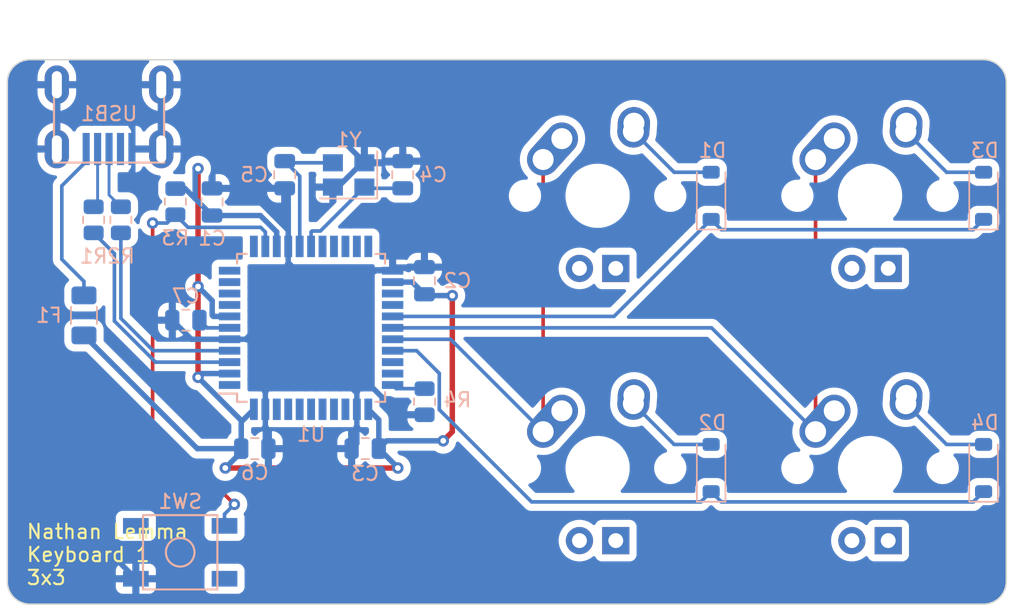
<source format=kicad_pcb>
(kicad_pcb (version 20221018) (generator pcbnew)
  (layers (0 "F.Cu" signal) (31 "B.Cu" signal) (34 "B.Paste" user) (35 "F.Paste" user) (36 "B.SilkS" user "B.Silkscreen") (37 "F.SilkS" user "F.Silkscreen") (38 "B.Mask" user) (39 "F.Mask" user) (44 "Edge.Cuts" user))
  (net 0 "")
  (net 1 "+5V")
  (net 2 "GND")
  (net 3 "Net-(U1-XTAL1)")
  (net 4 "Net-(U1-XTAL2)")
  (net 5 "Net-(U1-UCAP)")
  (net 6 "ROW0")
  (net 7 "Net-(D1-A)")
  (net 8 "ROW1")
  (net 9 "Net-(D2-A)")
  (net 10 "Net-(D3-A)")
  (net 11 "Net-(D4-A)")
  (net 12 "Net-(USB1-VBUS)")
  (net 13 "COL0")
  (net 14 "COL1")
  (net 15 "D-")
  (net 16 "Net-(U1-D-)")
  (net 17 "D+")
  (net 18 "Net-(U1-D+)")
  (net 19 "Net-(U1-~{RESET})")
  (net 20 "Net-(U1-~{HWB}{slash}PE2)")
  (footprint "MX_Alps_Hybrid:MX-1U" (layer "F.Cu") (at 97.865 57.225)
    (fp_text reference "MX3")
    (fp_text value "MX-NoLED")
    (pad "" np_thru_hole circle (at -5.08 0 48.0996) (size 1.75 1.75) (drill 1.75) (layers "*.Cu" "*.Mask"))
    (pad "" np_thru_hole circle (at 0 0) (size 3.9878 3.9878) (drill 3.9878) (layers "*.Cu" "*.Mask"))
    (pad "" np_thru_hole circle (at 5.08 0 48.0996) (size 1.75 1.75) (drill 1.75) (layers "*.Cu" "*.Mask"))
    (pad "1" thru_hole oval (at -3.81 -2.54 48.0996) (size 4.211556 2.25) (drill 1.47 (offset 0.980778 0)) (layers "*.Cu" "B.Mask") (net 14 "COL1"))
    (pad "1" thru_hole circle (at -2.5 -4) (size 2.25 2.25) (drill 1.47) (layers "*.Cu" "B.Mask") (net 14 "COL1"))
    (pad "2" thru_hole oval (at 2.5 -4.5 86.0548) (size 2.831378 2.25) (drill 1.47 (offset 0.290689 0)) (layers "*.Cu" "B.Mask") (net 10 "Net-(D3-A)"))
    (pad "2" thru_hole circle (at 2.54 -5.08) (size 2.25 2.25) (drill 1.47) (layers "*.Cu" "B.Mask") (net 10 "Net-(D3-A)"))
    (pad "3" thru_hole circle (at -1.27 5.08) (size 1.905 1.905) (drill 1.04) (layers "*.Cu" "B.Mask"))
    (pad "4" thru_hole rect (at 1.27 5.08) (size 1.905 1.905) (drill 1.04) (layers "*.Cu" "B.Mask"))
  )
  (footprint "MX_Alps_Hybrid:MX-1U" (layer "F.Cu") (at 78.815 57.225)
    (fp_text reference "MX1")
    (fp_text value "MX-NoLED")
    (pad "" np_thru_hole circle (at -5.08 0 48.0996) (size 1.75 1.75) (drill 1.75) (layers "*.Cu" "*.Mask"))
    (pad "" np_thru_hole circle (at 0 0) (size 3.9878 3.9878) (drill 3.9878) (layers "*.Cu" "*.Mask"))
    (pad "" np_thru_hole circle (at 5.08 0 48.0996) (size 1.75 1.75) (drill 1.75) (layers "*.Cu" "*.Mask"))
    (pad "1" thru_hole oval (at -3.81 -2.54 48.0996) (size 4.211556 2.25) (drill 1.47 (offset 0.980778 0)) (layers "*.Cu" "B.Mask") (net 13 "COL0"))
    (pad "1" thru_hole circle (at -2.5 -4) (size 2.25 2.25) (drill 1.47) (layers "*.Cu" "B.Mask") (net 13 "COL0"))
    (pad "2" thru_hole oval (at 2.5 -4.5 86.0548) (size 2.831378 2.25) (drill 1.47 (offset 0.290689 0)) (layers "*.Cu" "B.Mask") (net 7 "Net-(D1-A)"))
    (pad "2" thru_hole circle (at 2.54 -5.08) (size 2.25 2.25) (drill 1.47) (layers "*.Cu" "B.Mask") (net 7 "Net-(D1-A)"))
    (pad "3" thru_hole circle (at -1.27 5.08) (size 1.905 1.905) (drill 1.04) (layers "*.Cu" "B.Mask"))
    (pad "4" thru_hole rect (at 1.27 5.08) (size 1.905 1.905) (drill 1.04) (layers "*.Cu" "B.Mask"))
  )
  (footprint "MX_Alps_Hybrid:MX-1U" (layer "F.Cu") (at 78.815 76.275)
    (fp_text reference "MX2")
    (fp_text value "MX-NoLED")
    (pad "" np_thru_hole circle (at -5.08 0 48.0996) (size 1.75 1.75) (drill 1.75) (layers "*.Cu" "*.Mask"))
    (pad "" np_thru_hole circle (at 0 0) (size 3.9878 3.9878) (drill 3.9878) (layers "*.Cu" "*.Mask"))
    (pad "" np_thru_hole circle (at 5.08 0 48.0996) (size 1.75 1.75) (drill 1.75) (layers "*.Cu" "*.Mask"))
    (pad "1" thru_hole oval (at -3.81 -2.54 48.0996) (size 4.211556 2.25) (drill 1.47 (offset 0.980778 0)) (layers "*.Cu" "B.Mask") (net 13 "COL0"))
    (pad "1" thru_hole circle (at -2.5 -4) (size 2.25 2.25) (drill 1.47) (layers "*.Cu" "B.Mask") (net 13 "COL0"))
    (pad "2" thru_hole oval (at 2.5 -4.5 86.0548) (size 2.831378 2.25) (drill 1.47 (offset 0.290689 0)) (layers "*.Cu" "B.Mask") (net 9 "Net-(D2-A)"))
    (pad "2" thru_hole circle (at 2.54 -5.08) (size 2.25 2.25) (drill 1.47) (layers "*.Cu" "B.Mask") (net 9 "Net-(D2-A)"))
    (pad "3" thru_hole circle (at -1.27 5.08) (size 1.905 1.905) (drill 1.04) (layers "*.Cu" "B.Mask"))
    (pad "4" thru_hole rect (at 1.27 5.08) (size 1.905 1.905) (drill 1.04) (layers "*.Cu" "B.Mask"))
  )
  (footprint "MX_Alps_Hybrid:MX-1U" (layer "F.Cu") (at 97.865 76.275)
    (fp_text reference "MX4")
    (fp_text value "MX-NoLED")
    (pad "" np_thru_hole circle (at -5.08 0 48.0996) (size 1.75 1.75) (drill 1.75) (layers "*.Cu" "*.Mask"))
    (pad "" np_thru_hole circle (at 0 0) (size 3.9878 3.9878) (drill 3.9878) (layers "*.Cu" "*.Mask"))
    (pad "" np_thru_hole circle (at 5.08 0 48.0996) (size 1.75 1.75) (drill 1.75) (layers "*.Cu" "*.Mask"))
    (pad "1" thru_hole oval (at -3.81 -2.54 48.0996) (size 4.211556 2.25) (drill 1.47 (offset 0.980778 0)) (layers "*.Cu" "B.Mask") (net 14 "COL1"))
    (pad "1" thru_hole circle (at -2.5 -4) (size 2.25 2.25) (drill 1.47) (layers "*.Cu" "B.Mask") (net 14 "COL1"))
    (pad "2" thru_hole oval (at 2.5 -4.5 86.0548) (size 2.831378 2.25) (drill 1.47 (offset 0.290689 0)) (layers "*.Cu" "B.Mask") (net 11 "Net-(D4-A)"))
    (pad "2" thru_hole circle (at 2.54 -5.08) (size 2.25 2.25) (drill 1.47) (layers "*.Cu" "B.Mask") (net 11 "Net-(D4-A)"))
    (pad "3" thru_hole circle (at -1.27 5.08) (size 1.905 1.905) (drill 1.04) (layers "*.Cu" "B.Mask"))
    (pad "4" thru_hole rect (at 1.27 5.08) (size 1.905 1.905) (drill 1.04) (layers "*.Cu" "B.Mask"))
  )
  (footprint "random-keyboard-parts:Molex-0548190589" (layer "B.Cu") (at 44.652 49.45 -90)
    (fp_text reference "USB1" (at 2.032 0) (layer "B.SilkS") (effects (justify mirror)))
    (fp_text value "Molex-0548190589")
    (fp_line (start 0 -3.85) (end 5.45 -3.85) (stroke (width 0.15)) (layer "B.SilkS"))
    (fp_line (start 0 3.85) (end 5.45 3.85) (stroke (width 0.15)) (layer "B.SilkS"))
    (fp_line (start 5.45 3.85) (end 5.45 -3.85) (stroke (width 0.15)) (layer "B.SilkS"))
    (pad "1" smd rect (at 4.5 -1.6 270) (size 2.25 0.5) (layers "B.Cu" "B.Paste" "B.Mask") (net 2 "GND"))
    (pad "2" smd rect (at 4.5 -0.8 270) (size 2.25 0.5) (layers "B.Cu" "B.Paste" "B.Mask"))
    (pad "3" smd rect (at 4.5 0 270) (size 2.25 0.5) (layers "B.Cu" "B.Paste" "B.Mask") (net 17 "D+"))
    (pad "4" smd rect (at 4.5 0.8 270) (size 2.25 0.5) (layers "B.Cu" "B.Paste" "B.Mask") (net 15 "D-"))
    (pad "5" smd rect (at 4.5 1.6 270) (size 2.25 0.5) (layers "B.Cu" "B.Paste" "B.Mask") (net 12 "Net-(USB1-VBUS)"))
    (pad "6" thru_hole oval (at 0 -3.65 270) (size 2.7 1.7) (drill oval 1.9 0.7) (layers "*.Cu" "*.Mask") (net 2 "GND"))
    (pad "6" thru_hole oval (at 0 3.65 270) (size 2.7 1.7) (drill oval 1.9 0.7) (layers "*.Cu" "*.Mask") (net 2 "GND"))
    (pad "6" thru_hole oval (at 4.5 -3.65 270) (size 2.7 1.7) (drill oval 1.9 0.7) (layers "*.Cu" "*.Mask") (net 2 "GND"))
    (pad "6" thru_hole oval (at 4.5 3.65 270) (size 2.7 1.7) (drill oval 1.9 0.7) (layers "*.Cu" "*.Mask") (net 2 "GND"))
  )
  (footprint "Capacitor_SMD:C_0805_2012Metric" (layer "B.Cu") (at 54.844 74.9195)
    (fp_text reference "C6" (at 0 1.68) (layer "B.SilkS") (effects (justify mirror)))
    (fp_text value "10uF")
    (fp_line (start -0.261252 -0.735) (end 0.261252 -0.735) (stroke (width 0.12)) (layer "B.SilkS"))
    (fp_line (start -0.261252 0.735) (end 0.261252 0.735) (stroke (width 0.12)) (layer "B.SilkS"))
    (pad "1" smd roundrect (at -0.95 0) (size 1 1.45) (layers "B.Cu" "B.Paste" "B.Mask") (net 1 "+5V"))
    (pad "2" smd roundrect (at 0.95 0) (size 1 1.45) (layers "B.Cu" "B.Paste" "B.Mask") (net 2 "GND"))
  )
  (footprint "Resistor_SMD:R_0805_2012Metric" (layer "B.Cu") (at 45.48 58.905 -90)
    (fp_text reference "R2" (at 2.54 0 180) (layer "B.SilkS") (effects (justify mirror)))
    (fp_text value "22")
    (fp_line (start -0.227064 -0.735) (end 0.227064 -0.735) (stroke (width 0.12)) (layer "B.SilkS"))
    (fp_line (start -0.227064 0.735) (end 0.227064 0.735) (stroke (width 0.12)) (layer "B.SilkS"))
    (pad "1" smd roundrect (at -0.9125 0 270) (size 1.025 1.4) (layers "B.Cu" "B.Paste" "B.Mask") (roundrect_rratio 0.243902439) (net 17 "D+"))
    (pad "2" smd roundrect (at 0.9125 0 270) (size 1.025 1.4) (layers "B.Cu" "B.Paste" "B.Mask") (roundrect_rratio 0.243902439) (net 18 "Net-(U1-D+)"))
  )
  (footprint "Resistor_SMD:R_0805_2012Metric" (layer "B.Cu") (at 49.29 57.635 -90)
    (fp_text reference "R3" (at 2.54 0) (layer "B.SilkS") (effects (justify mirror)))
    (fp_text value "10k")
    (fp_line (start -0.227064 -0.735) (end 0.227064 -0.735) (stroke (width 0.12)) (layer "B.SilkS"))
    (fp_line (start -0.227064 0.735) (end 0.227064 0.735) (stroke (width 0.12)) (layer "B.SilkS"))
    (pad "1" smd roundrect (at -0.9125 0 270) (size 1.025 1.4) (layers "B.Cu" "B.Paste" "B.Mask") (roundrect_rratio 0.243902439) (net 1 "+5V"))
    (pad "2" smd roundrect (at 0.9125 0 270) (size 1.025 1.4) (layers "B.Cu" "B.Paste" "B.Mask") (roundrect_rratio 0.243902439) (net 19 "Net-(U1-~{RESET})"))
  )
  (footprint "Resistor_SMD:R_0805_2012Metric" (layer "B.Cu") (at 43.575 58.905 -90)
    (fp_text reference "R1" (at 2.54 0) (layer "B.SilkS") (effects (justify mirror)))
    (fp_text value "22")
    (fp_line (start -0.227064 -0.735) (end 0.227064 -0.735) (stroke (width 0.12)) (layer "B.SilkS"))
    (fp_line (start -0.227064 0.735) (end 0.227064 0.735) (stroke (width 0.12)) (layer "B.SilkS"))
    (pad "1" smd roundrect (at -0.9125 0 270) (size 1.025 1.4) (layers "B.Cu" "B.Paste" "B.Mask") (roundrect_rratio 0.243902439) (net 15 "D-"))
    (pad "2" smd roundrect (at 0.9125 0 270) (size 1.025 1.4) (layers "B.Cu" "B.Paste" "B.Mask") (roundrect_rratio 0.243902439) (net 16 "Net-(U1-D-)"))
  )
  (footprint "Diode_SMD:D_SOD-123" (layer "B.Cu") (at 105.8025 57.225 90)
    (fp_text reference "D3" (at 3.175 0.095 180) (layer "B.SilkS") (effects (justify mirror)))
    (fp_text value "D_Small")
    (fp_line (start -2.36 -1) (end 1.65 -1) (stroke (width 0.12)) (layer "B.SilkS"))
    (fp_line (start -2.36 1) (end -2.36 -1) (stroke (width 0.12)) (layer "B.SilkS"))
    (fp_line (start -2.36 1) (end 1.65 1) (stroke (width 0.12)) (layer "B.SilkS"))
    (pad "1" smd roundrect (at -1.65 0 90) (size 0.9 1.2) (layers "B.Cu" "B.Paste" "B.Mask") (net 6 "ROW0"))
    (pad "2" smd roundrect (at 1.65 0 90) (size 0.9 1.2) (layers "B.Cu" "B.Paste" "B.Mask") (net 10 "Net-(D3-A)"))
  )
  (footprint "Diode_SMD:D_SOD-123" (layer "B.Cu") (at 86.7525 57.225 90)
    (fp_text reference "D1" (at 3.175 0.095 180) (layer "B.SilkS") (effects (justify mirror)))
    (fp_text value "D_Small")
    (fp_line (start -2.36 -1) (end 1.65 -1) (stroke (width 0.12)) (layer "B.SilkS"))
    (fp_line (start -2.36 1) (end -2.36 -1) (stroke (width 0.12)) (layer "B.SilkS"))
    (fp_line (start -2.36 1) (end 1.65 1) (stroke (width 0.12)) (layer "B.SilkS"))
    (pad "1" smd roundrect (at -1.65 0 90) (size 0.9 1.2) (layers "B.Cu" "B.Paste" "B.Mask") (net 6 "ROW0"))
    (pad "2" smd roundrect (at 1.65 0 90) (size 0.9 1.2) (layers "B.Cu" "B.Paste" "B.Mask") (net 7 "Net-(D1-A)"))
  )
  (footprint "Capacitor_SMD:C_0805_2012Metric" (layer "B.Cu") (at 50.02375 65.928 180)
    (fp_text reference "C7" (at 0 1.68) (layer "B.SilkS") (effects (justify mirror)))
    (fp_text value "1uF")
    (fp_line (start -0.261252 -0.735) (end 0.261252 -0.735) (stroke (width 0.12)) (layer "B.SilkS"))
    (fp_line (start -0.261252 0.735) (end 0.261252 0.735) (stroke (width 0.12)) (layer "B.SilkS"))
    (pad "1" smd roundrect (at -0.95 0 180) (size 1 1.45) (layers "B.Cu" "B.Paste" "B.Mask") (net 5 "Net-(U1-UCAP)"))
    (pad "2" smd roundrect (at 0.95 0 180) (size 1 1.45) (layers "B.Cu" "B.Paste" "B.Mask") (net 2 "GND"))
  )
  (footprint "Capacitor_SMD:C_0805_2012Metric" (layer "B.Cu") (at 66.706 63.16525 90)
    (fp_text reference "C2" (at 0 2.315 180) (layer "B.SilkS") (effects (justify mirror)))
    (fp_text value ".1uF")
    (fp_line (start -0.261252 -0.735) (end 0.261252 -0.735) (stroke (width 0.12)) (layer "B.SilkS"))
    (fp_line (start -0.261252 0.735) (end 0.261252 0.735) (stroke (width 0.12)) (layer "B.SilkS"))
    (pad "1" smd roundrect (at -0.95 0 90) (size 1 1.45) (layers "B.Cu" "B.Paste" "B.Mask") (net 1 "+5V"))
    (pad "2" smd roundrect (at 0.95 0 90) (size 1 1.45) (layers "B.Cu" "B.Paste" "B.Mask") (net 2 "GND"))
  )
  (footprint "Capacitor_SMD:C_0805_2012Metric" (layer "B.Cu") (at 65.19 55.75 -90)
    (fp_text reference "C4" (at 0 -2.13 -180) (layer "B.SilkS") (effects (justify mirror)))
    (fp_text value "22pF")
    (fp_line (start -0.261252 -0.735) (end 0.261252 -0.735) (stroke (width 0.12)) (layer "B.SilkS"))
    (fp_line (start -0.261252 0.735) (end 0.261252 0.735) (stroke (width 0.12)) (layer "B.SilkS"))
    (pad "1" smd roundrect (at -0.95 0 270) (size 1 1.45) (layers "B.Cu" "B.Paste" "B.Mask") (net 2 "GND"))
    (pad "2" smd roundrect (at 0.95 0 270) (size 1 1.45) (layers "B.Cu" "B.Paste" "B.Mask") (net 3 "Net-(U1-XTAL1)"))
  )
  (footprint "Crystal:Crystal_SMD_3225-4Pin_3.2x2.5mm" (layer "B.Cu") (at 61.405368 55.765268 180)
    (fp_text reference "Y1" (at 0 2.45) (layer "B.SilkS") (effects (justify mirror)))
    (fp_text value "16MHz")
    (fp_line (start -2 -1.65) (end 2 -1.65) (stroke (width 0.12)) (layer "B.SilkS"))
    (fp_line (start -2 1.65) (end -2 -1.65) (stroke (width 0.12)) (layer "B.SilkS"))
    (pad "1" smd rect (at -1.1 -0.85 180) (size 1.4 1.2) (layers "B.Cu" "B.Paste" "B.Mask") (net 3 "Net-(U1-XTAL1)"))
    (pad "2" smd rect (at 1.1 -0.85 180) (size 1.4 1.2) (layers "B.Cu" "B.Paste" "B.Mask") (net 2 "GND"))
    (pad "3" smd rect (at 1.1 0.85 180) (size 1.4 1.2) (layers "B.Cu" "B.Paste" "B.Mask") (net 4 "Net-(U1-XTAL2)"))
    (pad "4" smd rect (at -1.1 0.85 180) (size 1.4 1.2) (layers "B.Cu" "B.Paste" "B.Mask") (net 2 "GND"))
  )
  (footprint "Package_QFP:TQFP-44_10x10mm_P0.8mm" (layer "B.Cu") (at 58.78 66.465)
    (fp_text reference "U1" (at 0 7.45) (layer "B.SilkS") (effects (justify mirror)))
    (fp_text value "ATmega32U4-A")
    (fp_line (start -5.175 -5.175) (end -5.175 -4.5) (stroke (width 0.15)) (layer "B.SilkS"))
    (fp_line (start -5.175 -5.175) (end -4.5 -5.175) (stroke (width 0.15)) (layer "B.SilkS"))
    (fp_line (start -5.175 4.6) (end -6.45 4.6) (stroke (width 0.15)) (layer "B.SilkS"))
    (fp_line (start -5.175 5.175) (end -5.175 4.6) (stroke (width 0.15)) (layer "B.SilkS"))
    (fp_line (start -5.175 5.175) (end -4.5 5.175) (stroke (width 0.15)) (layer "B.SilkS"))
    (fp_line (start 5.175 -5.175) (end 4.5 -5.175) (stroke (width 0.15)) (layer "B.SilkS"))
    (fp_line (start 5.175 -5.175) (end 5.175 -4.5) (stroke (width 0.15)) (layer "B.SilkS"))
    (fp_line (start 5.175 5.175) (end 4.5 5.175) (stroke (width 0.15)) (layer "B.SilkS"))
    (fp_line (start 5.175 5.175) (end 5.175 4.5) (stroke (width 0.15)) (layer "B.SilkS"))
    (pad "1" smd rect (at -5.7 4) (size 1.5 0.55) (layers "B.Cu" "B.Paste" "B.Mask"))
    (pad "2" smd rect (at -5.7 3.2) (size 1.5 0.55) (layers "B.Cu" "B.Paste" "B.Mask") (net 1 "+5V"))
    (pad "3" smd rect (at -5.7 2.4) (size 1.5 0.55) (layers "B.Cu" "B.Paste" "B.Mask") (net 16 "Net-(U1-D-)"))
    (pad "4" smd rect (at -5.7 1.6) (size 1.5 0.55) (layers "B.Cu" "B.Paste" "B.Mask") (net 18 "Net-(U1-D+)"))
    (pad "5" smd rect (at -5.7 0.8) (size 1.5 0.55) (layers "B.Cu" "B.Paste" "B.Mask") (net 2 "GND"))
    (pad "6" smd rect (at -5.7 0) (size 1.5 0.55) (layers "B.Cu" "B.Paste" "B.Mask") (net 5 "Net-(U1-UCAP)"))
    (pad "7" smd rect (at -5.7 -0.8) (size 1.5 0.55) (layers "B.Cu" "B.Paste" "B.Mask") (net 1 "+5V"))
    (pad "8" smd rect (at -5.7 -1.6) (size 1.5 0.55) (layers "B.Cu" "B.Paste" "B.Mask"))
    (pad "9" smd rect (at -5.7 -2.4) (size 1.5 0.55) (layers "B.Cu" "B.Paste" "B.Mask"))
    (pad "10" smd rect (at -5.7 -3.2) (size 1.5 0.55) (layers "B.Cu" "B.Paste" "B.Mask"))
    (pad "11" smd rect (at -5.7 -4) (size 1.5 0.55) (layers "B.Cu" "B.Paste" "B.Mask"))
    (pad "12" smd rect (at -4 -5.7 270) (size 1.5 0.55) (layers "B.Cu" "B.Paste" "B.Mask"))
    (pad "13" smd rect (at -3.2 -5.7 270) (size 1.5 0.55) (layers "B.Cu" "B.Paste" "B.Mask") (net 19 "Net-(U1-~{RESET})"))
    (pad "14" smd rect (at -2.4 -5.7 270) (size 1.5 0.55) (layers "B.Cu" "B.Paste" "B.Mask") (net 1 "+5V"))
    (pad "15" smd rect (at -1.6 -5.7 270) (size 1.5 0.55) (layers "B.Cu" "B.Paste" "B.Mask") (net 2 "GND"))
    (pad "16" smd rect (at -0.8 -5.7 270) (size 1.5 0.55) (layers "B.Cu" "B.Paste" "B.Mask") (net 4 "Net-(U1-XTAL2)"))
    (pad "17" smd rect (at 0 -5.7 270) (size 1.5 0.55) (layers "B.Cu" "B.Paste" "B.Mask") (net 3 "Net-(U1-XTAL1)"))
    (pad "18" smd rect (at 0.8 -5.7 270) (size 1.5 0.55) (layers "B.Cu" "B.Paste" "B.Mask"))
    (pad "19" smd rect (at 1.6 -5.7 270) (size 1.5 0.55) (layers "B.Cu" "B.Paste" "B.Mask"))
    (pad "20" smd rect (at 2.4 -5.7 270) (size 1.5 0.55) (layers "B.Cu" "B.Paste" "B.Mask"))
    (pad "21" smd rect (at 3.2 -5.7 270) (size 1.5 0.55) (layers "B.Cu" "B.Paste" "B.Mask"))
    (pad "22" smd rect (at 4 -5.7 270) (size 1.5 0.55) (layers "B.Cu" "B.Paste" "B.Mask"))
    (pad "23" smd rect (at 5.7 -4) (size 1.5 0.55) (layers "B.Cu" "B.Paste" "B.Mask") (net 2 "GND"))
    (pad "24" smd rect (at 5.7 -3.2) (size 1.5 0.55) (layers "B.Cu" "B.Paste" "B.Mask") (net 1 "+5V"))
    (pad "25" smd rect (at 5.7 -2.4) (size 1.5 0.55) (layers "B.Cu" "B.Paste" "B.Mask"))
    (pad "26" smd rect (at 5.7 -1.6) (size 1.5 0.55) (layers "B.Cu" "B.Paste" "B.Mask"))
    (pad "27" smd rect (at 5.7 -0.8) (size 1.5 0.55) (layers "B.Cu" "B.Paste" "B.Mask") (net 6 "ROW0"))
    (pad "28" smd rect (at 5.7 0) (size 1.5 0.55) (layers "B.Cu" "B.Paste" "B.Mask") (net 14 "COL1"))
    (pad "29" smd rect (at 5.7 0.8) (size 1.5 0.55) (layers "B.Cu" "B.Paste" "B.Mask") (net 13 "COL0"))
    (pad "30" smd rect (at 5.7 1.6) (size 1.5 0.55) (layers "B.Cu" "B.Paste" "B.Mask") (net 8 "ROW1"))
    (pad "31" smd rect (at 5.7 2.4) (size 1.5 0.55) (layers "B.Cu" "B.Paste" "B.Mask"))
    (pad "32" smd rect (at 5.7 3.2) (size 1.5 0.55) (layers "B.Cu" "B.Paste" "B.Mask"))
    (pad "33" smd rect (at 5.7 4) (size 1.5 0.55) (layers "B.Cu" "B.Paste" "B.Mask") (net 20 "Net-(U1-~{HWB}{slash}PE2)"))
    (pad "34" smd rect (at 4 5.7 270) (size 1.5 0.55) (layers "B.Cu" "B.Paste" "B.Mask") (net 1 "+5V"))
    (pad "35" smd rect (at 3.2 5.7 270) (size 1.5 0.55) (layers "B.Cu" "B.Paste" "B.Mask") (net 2 "GND"))
    (pad "36" smd rect (at 2.4 5.7 270) (size 1.5 0.55) (layers "B.Cu" "B.Paste" "B.Mask"))
    (pad "37" smd rect (at 1.6 5.7 270) (size 1.5 0.55) (layers "B.Cu" "B.Paste" "B.Mask"))
    (pad "38" smd rect (at 0.8 5.7 270) (size 1.5 0.55) (layers "B.Cu" "B.Paste" "B.Mask"))
    (pad "39" smd rect (at 0 5.7 270) (size 1.5 0.55) (layers "B.Cu" "B.Paste" "B.Mask"))
    (pad "40" smd rect (at -0.8 5.7 270) (size 1.5 0.55) (layers "B.Cu" "B.Paste" "B.Mask"))
    (pad "41" smd rect (at -1.6 5.7 270) (size 1.5 0.55) (layers "B.Cu" "B.Paste" "B.Mask"))
    (pad "42" smd rect (at -2.4 5.7 270) (size 1.5 0.55) (layers "B.Cu" "B.Paste" "B.Mask"))
    (pad "43" smd rect (at -3.2 5.7 270) (size 1.5 0.55) (layers "B.Cu" "B.Paste" "B.Mask") (net 2 "GND"))
    (pad "44" smd rect (at -4 5.7 270) (size 1.5 0.55) (layers "B.Cu" "B.Paste" "B.Mask") (net 1 "+5V"))
  )
  (footprint "Capacitor_SMD:C_0805_2012Metric" (layer "B.Cu") (at 62.565 74.91525 180)
    (fp_text reference "C3" (at 0 -1.749) (layer "B.SilkS") (effects (justify mirror)))
    (fp_text value ".1uF")
    (fp_line (start -0.261252 -0.735) (end 0.261252 -0.735) (stroke (width 0.12)) (layer "B.SilkS"))
    (fp_line (start -0.261252 0.735) (end 0.261252 0.735) (stroke (width 0.12)) (layer "B.SilkS"))
    (pad "1" smd roundrect (at -0.95 0 180) (size 1 1.45) (layers "B.Cu" "B.Paste" "B.Mask") (net 1 "+5V"))
    (pad "2" smd roundrect (at 0.95 0 180) (size 1 1.45) (layers "B.Cu" "B.Paste" "B.Mask") (net 2 "GND"))
  )
  (footprint "Resistor_SMD:R_0805_2012Metric" (layer "B.Cu") (at 66.71575 71.634 -90)
    (fp_text reference "R4" (at -0.127 -2.287 -180) (layer "B.SilkS") (effects (justify mirror)))
    (fp_text value "10k")
    (fp_line (start -0.227064 -0.735) (end 0.227064 -0.735) (stroke (width 0.12)) (layer "B.SilkS"))
    (fp_line (start -0.227064 0.735) (end 0.227064 0.735) (stroke (width 0.12)) (layer "B.SilkS"))
    (pad "1" smd roundrect (at -0.9125 0 270) (size 1.025 1.4) (layers "B.Cu" "B.Paste" "B.Mask") (roundrect_rratio 0.243902439) (net 20 "Net-(U1-~{HWB}{slash}PE2)"))
    (pad "2" smd roundrect (at 0.9125 0 270) (size 1.025 1.4) (layers "B.Cu" "B.Paste" "B.Mask") (roundrect_rratio 0.243902439) (net 2 "GND"))
  )
  (footprint "Diode_SMD:D_SOD-123" (layer "B.Cu") (at 105.8025 76.275 90)
    (fp_text reference "D4" (at 3.175 0.095 180) (layer "B.SilkS") (effects (justify mirror)))
    (fp_text value "D_Small")
    (fp_line (start -2.36 -1) (end 1.65 -1) (stroke (width 0.12)) (layer "B.SilkS"))
    (fp_line (start -2.36 1) (end -2.36 -1) (stroke (width 0.12)) (layer "B.SilkS"))
    (fp_line (start -2.36 1) (end 1.65 1) (stroke (width 0.12)) (layer "B.SilkS"))
    (pad "1" smd roundrect (at -1.65 0 90) (size 0.9 1.2) (layers "B.Cu" "B.Paste" "B.Mask") (net 8 "ROW1"))
    (pad "2" smd roundrect (at 1.65 0 90) (size 0.9 1.2) (layers "B.Cu" "B.Paste" "B.Mask") (net 11 "Net-(D4-A)"))
  )
  (footprint "random-keyboard-parts:SKQG-1155865" (layer "B.Cu") (at 49.62644 82.17325 180)
    (fp_text reference "SW1" (at 0 3.556) (layer "B.SilkS") (effects (justify mirror)))
    (fp_text value "SW_Push")
    (fp_line (start -2.6 -2.6) (end -2.6 2.6) (stroke (width 0.15)) (layer "B.SilkS"))
    (fp_line (start -2.6 2.6) (end 2.6 2.6) (stroke (width 0.15)) (layer "B.SilkS"))
    (fp_line (start 2.6 -2.6) (end -2.6 -2.6) (stroke (width 0.15)) (layer "B.SilkS"))
    (fp_line (start 2.6 2.6) (end 2.6 -2.6) (stroke (width 0.15)) (layer "B.SilkS"))
    (fp_circle (center 0 0) (end 1 0) (stroke (width 0.15)) (fill none) (layer "B.SilkS"))
    (pad "1" smd rect (at 3.1 -1.85 180) (size 1.8 1.1) (layers "B.Cu" "B.Paste" "B.Mask") (net 2 "GND"))
    (pad "2" smd rect (at -3.1 1.85 180) (size 1.8 1.1) (layers "B.Cu" "B.Paste" "B.Mask") (net 19 "Net-(U1-~{RESET})"))
    (pad "3" smd rect (at 3.1 1.85 180) (size 1.8 1.1) (layers "B.Cu" "B.Paste" "B.Mask"))
    (pad "4" smd rect (at -3.1 -1.85 180) (size 1.8 1.1) (layers "B.Cu" "B.Paste" "B.Mask"))
  )
  (footprint "Capacitor_SMD:C_0805_2012Metric" (layer "B.Cu") (at 51.855 57.655 90)
    (fp_text reference "C1" (at -2.54 0 180) (layer "B.SilkS") (effects (justify mirror)))
    (fp_text value ".1uF")
    (fp_line (start -0.261252 -0.735) (end 0.261252 -0.735) (stroke (width 0.12)) (layer "B.SilkS"))
    (fp_line (start -0.261252 0.735) (end 0.261252 0.735) (stroke (width 0.12)) (layer "B.SilkS"))
    (pad "1" smd roundrect (at -0.95 0 90) (size 1 1.45) (layers "B.Cu" "B.Paste" "B.Mask") (net 1 "+5V"))
    (pad "2" smd roundrect (at 0.95 0 90) (size 1 1.45) (layers "B.Cu" "B.Paste" "B.Mask") (net 2 "GND"))
  )
  (footprint "Fuse:Fuse_1206_3216Metric" (layer "B.Cu") (at 42.89694 65.59375 -90)
    (fp_text reference "F1" (at 0 2.455 -180) (layer "B.SilkS") (effects (justify mirror)))
    (fp_text value "500mA")
    (fp_line (start -0.602064 -0.91) (end 0.602064 -0.91) (stroke (width 0.12)) (layer "B.SilkS"))
    (fp_line (start -0.602064 0.91) (end 0.602064 0.91) (stroke (width 0.12)) (layer "B.SilkS"))
    (pad "1" smd roundrect (at -1.4 0 270) (size 1.25 1.75) (layers "B.Cu" "B.Paste" "B.Mask") (roundrect_rratio 0.2) (net 12 "Net-(USB1-VBUS)"))
    (pad "2" smd roundrect (at 1.4 0 270) (size 1.25 1.75) (layers "B.Cu" "B.Paste" "B.Mask") (roundrect_rratio 0.2) (net 1 "+5V"))
  )
  (footprint "Diode_SMD:D_SOD-123" (layer "B.Cu") (at 86.7525 76.275 90)
    (fp_text reference "D2" (at 3.175 0.095 180) (layer "B.SilkS") (effects (justify mirror)))
    (fp_text value "D_Small")
    (fp_line (start -2.36 -1) (end 1.65 -1) (stroke (width 0.12)) (layer "B.SilkS"))
    (fp_line (start -2.36 1) (end -2.36 -1) (stroke (width 0.12)) (layer "B.SilkS"))
    (fp_line (start -2.36 1) (end 1.65 1) (stroke (width 0.12)) (layer "B.SilkS"))
    (pad "1" smd roundrect (at -1.65 0 90) (size 0.9 1.2) (layers "B.Cu" "B.Paste" "B.Mask") (net 8 "ROW1"))
    (pad "2" smd roundrect (at 1.65 0 90) (size 0.9 1.2) (layers "B.Cu" "B.Paste" "B.Mask") (net 9 "Net-(D2-A)"))
  )
  (footprint "Capacitor_SMD:C_0805_2012Metric" (layer "B.Cu") (at 56.935 55.75 90)
    (fp_text reference "C5" (at 0 -2.13 180) (layer "B.SilkS") (effects (justify mirror)))
    (fp_text value "22pF")
    (fp_line (start -0.261252 -0.735) (end 0.261252 -0.735) (stroke (width 0.12)) (layer "B.SilkS"))
    (fp_line (start -0.261252 0.735) (end 0.261252 0.735) (stroke (width 0.12)) (layer "B.SilkS"))
    (pad "1" smd roundrect (at -0.95 0 90) (size 1 1.45) (layers "B.Cu" "B.Paste" "B.Mask") (net 2 "GND"))
    (pad "2" smd roundrect (at 0.95 0 90) (size 1 1.45) (layers "B.Cu" "B.Paste" "B.Mask") (net 4 "Net-(U1-XTAL2)"))
  )
  (gr_arc (start 39.1275 85.8) (mid 38.004968 85.335032) (end 37.54 84.2125) (stroke (width 0.1)) (layer "Edge.Cuts"))
  (gr_arc (start 37.54 49.2875) (mid 38.004968 48.164968) (end 39.1275 47.7) (stroke (width 0.1)) (layer "Edge.Cuts"))
  (gr_arc (start 105.8025 47.7) (mid 106.925032 48.164968) (end 107.39 49.2875) (stroke (width 0.1)) (layer "Edge.Cuts"))
  (gr_line (start 107.39 84.2125) (end 107.39 49.2875) (stroke (width 0.1)) (layer "Edge.Cuts"))
  (gr_line (start 37.54 49.2875) (end 37.54 84.2125) (stroke (width 0.1)) (layer "Edge.Cuts"))
  (gr_arc (start 107.39 84.2125) (mid 106.925032 85.335032) (end 105.8025 85.8) (stroke (width 0.1)) (layer "Edge.Cuts"))
  (gr_line (start 39.1275 85.8) (end 105.8025 85.8) (stroke (width 0.1)) (layer "Edge.Cuts"))
  (gr_line (start 105.8025 47.7) (end 39.1275 47.7) (stroke (width 0.1)) (layer "Edge.Cuts"))
  (gr_text "Nathan Lemma\nKeyboard 1\n3x3" (at 38.81 84.53) (layer "F.SilkS") (effects (font (size 1 1)) (justify left bottom)))
  (segment (start 50.875 63.575) (end 50.875 55.32) (width 0.381) (layer "F.Cu") (net 1))
  (segment (start 50.875 69.925) (end 50.875 63.575) (width 0.381) (layer "F.Cu") (net 1))
  (segment (start 68.655 73.735) (end 68.655 64.21) (width 0.381) (layer "F.Cu") (net 1))
  (segment (start 52.78 76.275) (end 64.845 76.275) (width 0.381) (layer "F.Cu") (net 1))
  (segment (start 68.02 74.37) (end 68.655 73.735) (width 0.381) (layer "F.Cu") (net 1))
  (via (at 50.875 63.575) (size 0.8) (drill 0.4) (layers "F.Cu" "B.Cu") (net 1))
  (via (at 50.875 69.925) (size 0.8) (drill 0.4) (layers "F.Cu" "B.Cu") (net 1))
  (via (at 68.02 74.37) (size 0.8) (drill 0.4) (layers "F.Cu" "B.Cu") (net 1))
  (via (at 68.655 64.21) (size 0.8) (drill 0.4) (layers "F.Cu" "B.Cu") (net 1))
  (via (at 64.845 76.275) (size 0.8) (drill 0.4) (layers "F.Cu" "B.Cu") (net 1))
  (via (at 52.78 76.275) (size 0.8) (drill 0.4) (layers "F.Cu" "B.Cu") (net 1))
  (via (at 50.875 55.32) (size 0.8) (drill 0.4) (layers "F.Cu" "B.Cu") (net 1))
  (segment (start 51.855 58.605) (end 55.226 58.605) (width 0.381) (layer "B.Cu") (net 1))
  (segment (start 49.9725 56.7225) (end 50.675 57.425) (width 0.381) (layer "B.Cu") (net 1))
  (segment (start 51.86425 64.56425) (end 50.875 63.575) (width 0.381) (layer "B.Cu") (net 1))
  (segment (start 66.80075 64.21) (end 66.706 64.11525) (width 0.381) (layer "B.Cu") (net 1))
  (segment (start 53.894 72.944) (end 50.875 69.925) (width 0.381) (layer "B.Cu") (net 1))
  (segment (start 64.06025 74.37) (end 68.02 74.37) (width 0.381) (layer "B.Cu") (net 1))
  (segment (start 53.894 75.161) (end 52.78 76.275) (width 0.381) (layer "B.Cu") (net 1))
  (segment (start 53.894 74.9195) (end 53.894 75.161) (width 0.381) (layer "B.Cu") (net 1))
  (segment (start 68.655 64.21) (end 66.80075 64.21) (width 0.381) (layer "B.Cu") (net 1))
  (segment (start 50.675 55.52) (end 50.675 57.425) (width 0.381) (layer "B.Cu") (net 1))
  (segment (start 64.845 76.275) (end 64.845 76.24525) (width 0.381) (layer "B.Cu") (net 1))
  (segment (start 53.08 65.665) (end 51.949 65.665) (width 0.381) (layer "B.Cu") (net 1))
  (segment (start 50.82269 74.9195) (end 53.894 74.9195) (width 0.381) (layer "B.Cu") (net 1))
  (segment (start 63.515 74.91525) (end 63.515 72.9) (width 0.381) (layer "B.Cu") (net 1))
  (segment (start 55.226 58.605) (end 56.38 59.759) (width 0.381) (layer "B.Cu") (net 1))
  (segment (start 49.925 56.7225) (end 49.9725 56.7225) (width 0.381) (layer "B.Cu") (net 1))
  (segment (start 53.08 69.665) (end 51.135 69.665) (width 0.381) (layer "B.Cu") (net 1))
  (segment (start 66.706 64.11525) (end 65.85575 63.265) (width 0.381) (layer "B.Cu") (net 1))
  (segment (start 51.135 69.665) (end 50.875 69.925) (width 0.381) (layer "B.Cu") (net 1))
  (segment (start 42.89694 66.99375) (end 50.82269 74.9195) (width 0.381) (layer "B.Cu") (net 1))
  (segment (start 53.894 74.9195) (end 53.894 72.944) (width 0.381) (layer "B.Cu") (net 1))
  (segment (start 65.85575 63.265) (end 64.48 63.265) (width 0.381) (layer "B.Cu") (net 1))
  (segment (start 63.515 72.9) (end 62.78 72.165) (width 0.381) (layer "B.Cu") (net 1))
  (segment (start 51.86425 65.58025) (end 51.86425 64.56425) (width 0.381) (layer "B.Cu") (net 1))
  (segment (start 50.675 57.425) (end 51.855 58.605) (width 0.381) (layer "B.Cu") (net 1))
  (segment (start 56.38 59.759) (end 56.38 60.765) (width 0.381) (layer "B.Cu") (net 1))
  (segment (start 53.894 74.9195) (end 53.894 73.051) (width 0.381) (layer "B.Cu") (net 1))
  (segment (start 51.949 65.665) (end 51.86425 65.58025) (width 0.381) (layer "B.Cu") (net 1))
  (segment (start 64.845 76.24525) (end 63.515 74.91525) (width 0.381) (layer "B.Cu") (net 1))
  (segment (start 50.875 55.32) (end 50.675 55.52) (width 0.381) (layer "B.Cu") (net 1))
  (segment (start 63.515 74.91525) (end 64.06025 74.37) (width 0.381) (layer "B.Cu") (net 1))
  (segment (start 53.894 73.051) (end 54.78 72.165) (width 0.381) (layer "B.Cu") (net 1))
  (segment (start 45.795 77.545) (end 55.32 77.545) (width 0.381) (layer "B.Cu") (net 2))
  (segment (start 66.706 62.21525) (end 64.72975 62.21525) (width 0.381) (layer "B.Cu") (net 2))
  (segment (start 61.410844 55.853871) (end 62.349447 54.915268) (width 0.381) (layer "B.Cu") (net 2))
  (segment (start 54.211 67.265) (end 54.388 67.088) (width 0.381) (layer "B.Cu") (net 2))
  (segment (start 64.72975 62.21525) (end 64.48 62.465) (width 0.381) (layer "B.Cu") (net 2))
  (segment (start 59.226 68.28) (end 55.58 68.28) (width 0.381) (layer "B.Cu") (net 2))
  (segment (start 53.08 67.265) (end 54.211 67.265) (width 0.381) (layer "B.Cu") (net 2))
  (segment (start 49.07375 65.928) (end 50.41075 67.265) (width 0.381) (layer "B.Cu") (net 2))
  (segment (start 43.255 80.085) (end 45.795 77.545) (width 0.381) (layer "B.Cu") (net 2))
  (segment (start 61.035 53.415) (end 55.955 53.415) (width 0.381) (layer "B.Cu") (net 2))
  (segment (start 57.749 63.727) (end 57.749 62.465) (width 0.381) (layer "B.Cu") (net 2))
  (segment (start 54.251 56.705) (end 57.18 59.634) (width 0.381) (layer "B.Cu") (net 2))
  (segment (start 54.388 67.088) (end 57.749 63.727) (width 0.381) (layer "B.Cu") (net 2))
  (segment (start 55.794 77.071) (end 55.794 74.9195) (width 0.381) (layer "B.Cu") (net 2))
  (segment (start 57.18 61.896) (end 57.749 62.465) (width 0.381) (layer "B.Cu") (net 2))
  (segment (start 55.32 54.05) (end 55.32 55.955) (width 0.381) (layer "B.Cu") (net 2))
  (segment (start 61.98 71.034) (end 61.2705 70.3245) (width 0.381) (layer "B.Cu") (net 2))
  (segment (start 57.749 62.465) (end 64.48 62.465) (width 0.381) (layer "B.Cu") (net 2))
  (segment (start 62.505368 54.885368) (end 61.035 53.415) (width 0.381) (layer "B.Cu") (net 2))
  (segment (start 43.255 80.75181) (end 43.255 80.085) (width 0.381) (layer "B.Cu") (net 2))
  (segment (start 61.2705 70.3245) (end 59.226 68.28) (width 0.381) (layer "B.Cu") (net 2))
  (segment (start 57.18 59.634) (end 57.18 60.765) (width 0.381) (layer "B.Cu") (net 2))
  (segment (start 46.52644 84.02325) (end 43.255 80.75181) (width 0.381) (layer "B.Cu") (net 2))
  (segment (start 62.349447 54.915268) (end 62.505368 54.915268) (width 0.381) (layer "B.Cu") (net 2))
  (segment (start 66.71575 72.5465) (end 64.9675 72.5465) (width 0.381) (layer "B.Cu") (net 2))
  (segment (start 50.41075 67.265) (end 53.08 67.265) (width 0.381) (layer "B.Cu") (net 2))
  (segment (start 60.305368 56.615268) (end 60.650856 56.615268) (width 0.381) (layer "B.Cu") (net 2))
  (segment (start 61.98 72.165) (end 61.98 71.034) (width 0.381) (layer "B.Cu") (net 2))
  (segment (start 55.32 77.545) (end 55.794 77.071) (width 0.381) (layer "B.Cu") (net 2))
  (segment (start 61.615 74.91525) (end 61.98 74.55025) (width 0.381) (layer "B.Cu") (net 2))
  (segment (start 57.019732 56.615268) (end 56.935 56.7) (width 0.381) (layer "B.Cu") (net 2))
  (segment (start 51.855 56.705) (end 54.251 56.705) (width 0.381) (layer "B.Cu") (net 2))
  (segment (start 57.18 60.765) (end 57.18 56.945) (width 0.381) (layer "B.Cu") (net 2))
  (segment (start 61.98 74.55025) (end 61.98 72.165) (width 0.381) (layer "B.Cu") (net 2))
  (segment (start 61.410844 55.85528) (end 61.410844 55.853871) (width 0.381) (layer "B.Cu") (net 2))
  (segment (start 60.650856 56.615268) (end 61.410844 55.85528) (width 0.381) (layer "B.Cu") (net 2))
  (segment (start 55.955 53.415) (end 55.32 54.05) (width 0.381) (layer "B.Cu") (net 2))
  (segment (start 57.18 60.765) (end 57.18 61.896) (width 0.381) (layer "B.Cu") (net 2))
  (segment (start 55.794 74.9195) (end 55.58 74.7055) (width 0.381) (layer "B.Cu") (net 2))
  (segment (start 62.7455 70.3245) (end 61.2705 70.3245) (width 0.381) (layer "B.Cu") (net 2))
  (segment (start 55.58 74.7055) (end 55.58 72.165) (width 0.381) (layer "B.Cu") (net 2))
  (segment (start 55.58 68.28) (end 54.388 67.088) (width 0.381) (layer "B.Cu") (net 2))
  (segment (start 57.18 56.945) (end 56.935 56.7) (width 0.381) (layer "B.Cu") (net 2))
  (segment (start 55.58 72.165) (end 55.58 68.28) (width 0.381) (layer "B.Cu") (net 2))
  (segment (start 62.505368 54.915268) (end 65.074732 54.915268) (width 0.381) (layer "B.Cu") (net 2))
  (segment (start 56.065 56.7) (end 56.935 56.7) (width 0.381) (layer "B.Cu") (net 2))
  (segment (start 65.074732 54.915268) (end 65.19 54.8) (width 0.381) (layer "B.Cu") (net 2))
  (segment (start 55.32 55.955) (end 56.065 56.7) (width 0.381) (layer "B.Cu") (net 2))
  (segment (start 64.9675 72.5465) (end 62.7455 70.3245) (width 0.381) (layer "B.Cu") (net 2))
  (segment (start 62.505368 54.915268) (end 62.505368 54.885368) (width 0.381) (layer "B.Cu") (net 2))
  (segment (start 62.505368 56.615268) (end 59.432636 59.688) (width 0.254) (layer "B.Cu") (net 3))
  (segment (start 59.432636 59.688) (end 58.853 59.688) (width 0.254) (layer "B.Cu") (net 3))
  (segment (start 65.19 56.7) (end 62.5901 56.7) (width 0.254) (layer "B.Cu") (net 3))
  (segment (start 58.853 59.688) (end 58.78 59.761) (width 0.254) (layer "B.Cu") (net 3))
  (segment (start 58.78 59.761) (end 58.78 60.765) (width 0.254) (layer "B.Cu") (net 3))
  (segment (start 62.5901 56.7) (end 62.505368 56.615268) (width 0.254) (layer "B.Cu") (net 3))
  (segment (start 57.987 55.852) (end 57.987 60.758) (width 0.254) (layer "B.Cu") (net 4))
  (segment (start 56.935 54.8) (end 57.987 55.852) (width 0.254) (layer "B.Cu") (net 4))
  (segment (start 60.305368 54.915268) (end 57.050268 54.915268) (width 0.254) (layer "B.Cu") (net 4))
  (segment (start 57.050268 54.915268) (end 56.935 54.8) (width 0.254) (layer "B.Cu") (net 4))
  (segment (start 57.987 60.758) (end 57.98 60.765) (width 0.254) (layer "B.Cu") (net 4))
  (segment (start 50.97375 65.928) (end 51.51075 66.465) (width 0.254) (layer "B.Cu") (net 5))
  (segment (start 51.51075 66.465) (end 53.08 66.465) (width 0.254) (layer "B.Cu") (net 5))
  (segment (start 79.9625 65.665) (end 64.48 65.665) (width 0.254) (layer "B.Cu") (net 6))
  (segment (start 105.0816 59.5959) (end 105.8025 58.875) (width 0.254) (layer "B.Cu") (net 6))
  (segment (start 86.7525 58.875) (end 79.9625 65.665) (width 0.254) (layer "B.Cu") (net 6))
  (segment (start 86.7525 58.875) (end 87.4734 59.5959) (width 0.254) (layer "B.Cu") (net 6))
  (segment (start 87.4734 59.5959) (end 105.0816 59.5959) (width 0.254) (layer "B.Cu") (net 6))
  (segment (start 81.315 52.725) (end 84.165 55.575) (width 0.254) (layer "B.Cu") (net 7))
  (segment (start 84.165 55.575) (end 86.7525 55.575) (width 0.254) (layer "B.Cu") (net 7))
  (segment (start 87.4734 78.6459) (end 86.7525 77.925) (width 0.254) (layer "B.Cu") (net 8))
  (segment (start 67.74275 72.18775) (end 67.74275 69.64775) (width 0.254) (layer "B.Cu") (net 8))
  (segment (start 86.0316 78.6459) (end 74.2009 78.6459) (width 0.254) (layer "B.Cu") (net 8))
  (segment (start 67.74275 69.64775) (end 66.16 68.065) (width 0.254) (layer "B.Cu") (net 8))
  (segment (start 105.0816 78.6459) (end 87.4734 78.6459) (width 0.254) (layer "B.Cu") (net 8))
  (segment (start 86.7525 77.925) (end 86.0316 78.6459) (width 0.254) (layer "B.Cu") (net 8))
  (segment (start 74.2009 78.6459) (end 67.74275 72.18775) (width 0.254) (layer "B.Cu") (net 8))
  (segment (start 105.8025 77.925) (end 105.0816 78.6459) (width 0.254) (layer "B.Cu") (net 8))
  (segment (start 66.16 68.065) (end 64.48 68.065) (width 0.254) (layer "B.Cu") (net 8))
  (segment (start 84.165 74.625) (end 81.315 71.775) (width 0.254) (layer "B.Cu") (net 9))
  (segment (start 86.7525 74.625) (end 84.165 74.625) (width 0.254) (layer "B.Cu") (net 9))
  (segment (start 105.8025 55.575) (end 103.215 55.575) (width 0.254) (layer "B.Cu") (net 10))
  (segment (start 103.215 55.575) (end 100.365 52.725) (width 0.254) (layer "B.Cu") (net 10))
  (segment (start 103.215 74.625) (end 100.365 71.775) (width 0.254) (layer "B.Cu") (net 11))
  (segment (start 105.8025 74.625) (end 103.215 74.625) (width 0.254) (layer "B.Cu") (net 11))
  (segment (start 41.35 61.67) (end 42.89694 63.21694) (width 0.254) (layer "B.Cu") (net 12))
  (segment (start 42.89694 63.21694) (end 42.89694 64.19375) (width 0.254) (layer "B.Cu") (net 12))
  (segment (start 43.052 54.825) (end 41.35 56.527) (width 0.254) (layer "B.Cu") (net 12))
  (segment (start 43.052 53.95) (end 43.052 54.825) (width 0.254) (layer "B.Cu") (net 12))
  (segment (start 41.35 56.527) (end 41.35 61.67) (width 0.254) (layer "B.Cu") (net 12))
  (segment (start 75.005 54.685) (end 75.005 73.735) (width 0.254) (layer "F.Cu") (net 13))
  (segment (start 75.005 73.735) (end 68.535 67.265) (width 0.254) (layer "B.Cu") (net 13))
  (segment (start 68.535 67.265) (end 64.48 67.265) (width 0.254) (layer "B.Cu") (net 13))
  (segment (start 94.055 54.685) (end 94.055 73.735) (width 0.254) (layer "F.Cu") (net 14))
  (segment (start 86.785 66.465) (end 64.48 66.465) (width 0.254) (layer "B.Cu") (net 14))
  (segment (start 94.055 73.735) (end 86.785 66.465) (width 0.254) (layer "B.Cu") (net 14))
  (segment (start 43.852 53.95) (end 43.852 57.7155) (width 0.2) (layer "B.Cu") (net 15))
  (segment (start 43.852 57.7155) (end 43.575 57.9925) (width 0.2) (layer "B.Cu") (net 15))
  (segment (start 45.026 61.2685) (end 45.026 65.988052) (width 0.254) (layer "B.Cu") (net 16))
  (segment (start 43.575 59.8175) (end 45.026 61.2685) (width 0.254) (layer "B.Cu") (net 16))
  (segment (start 47.902948 68.865) (end 53.08 68.865) (width 0.254) (layer "B.Cu") (net 16))
  (segment (start 45.026 65.988052) (end 47.902948 68.865) (width 0.254) (layer "B.Cu") (net 16))
  (segment (start 44.652 57.1645) (end 45.48 57.9925) (width 0.2) (layer "B.Cu") (net 17))
  (segment (start 44.652 53.95) (end 44.652 57.1645) (width 0.2) (layer "B.Cu") (net 17))
  (segment (start 47.745 68.065) (end 53.08 68.065) (width 0.254) (layer "B.Cu") (net 18))
  (segment (start 45.48 65.8) (end 47.745 68.065) (width 0.254) (layer "B.Cu") (net 18))
  (segment (start 45.48 59.8175) (end 45.48 65.8) (width 0.254) (layer "B.Cu") (net 18))
  (segment (start 47.7 73.1) (end 47.7 59.13) (width 0.254) (layer "F.Cu") (net 19))
  (segment (start 53.415 78.815) (end 47.7 73.1) (width 0.254) (layer "F.Cu") (net 19))
  (via (at 53.415 78.815) (size 0.8) (drill 0.4) (layers "F.Cu" "B.Cu") (net 19))
  (via (at 47.7 59.13) (size 0.8) (drill 0.4) (layers "F.Cu" "B.Cu") (net 19))
  (segment (start 48.7075 59.13) (end 49.29 58.5475) (width 0.254) (layer "B.Cu") (net 19))
  (segment (start 49.29 58.5475) (end 50.1745 59.432) (width 0.254) (layer "B.Cu") (net 19))
  (segment (start 52.72644 80.32325) (end 52.72644 79.50356) (width 0.254) (layer "B.Cu") (net 19))
  (segment (start 55.58 59.761) (end 55.58 60.765) (width 0.254) (layer "B.Cu") (net 19))
  (segment (start 52.72644 79.50356) (end 53.415 78.815) (width 0.254) (layer "B.Cu") (net 19))
  (segment (start 47.7 59.13) (end 48.7075 59.13) (width 0.254) (layer "B.Cu") (net 19))
  (segment (start 55.251 59.432) (end 55.58 59.761) (width 0.254) (layer "B.Cu") (net 19))
  (segment (start 50.1745 59.432) (end 55.251 59.432) (width 0.254) (layer "B.Cu") (net 19))
  (segment (start 66.71575 70.7215) (end 64.7365 70.7215) (width 0.254) (layer "B.Cu") (net 20))
  (segment (start 64.7365 70.7215) (end 64.48 70.465) (width 0.254) (layer "B.Cu") (net 20))
  (zone (net 2) (net_name "GND") (layer "B.Cu") (connect_pads (clearance 0.5)) (min_thickness 0.25) (fill yes (thermal_gap 0.5) (thermal_bridge_width 0.5))
    (polygon (pts (xy 37.54 47.7) (xy 107.39 47.7) (xy 107.39 85.8) (xy 37.54 85.8)))
  )
)
</source>
